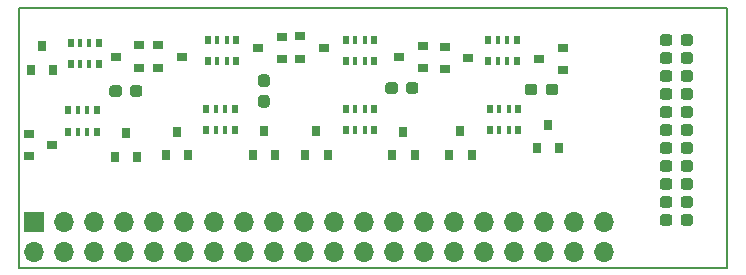
<source format=gbr>
G04 #@! TF.GenerationSoftware,KiCad,Pcbnew,(5.1.0-rc2-21-g16b3c80a7)*
G04 #@! TF.CreationDate,2019-05-25T16:35:41+02:00*
G04 #@! TF.ProjectId,Analog_Input_Module,416e616c-6f67-45f4-996e-7075745f4d6f,R2.1*
G04 #@! TF.SameCoordinates,Original*
G04 #@! TF.FileFunction,Soldermask,Top*
G04 #@! TF.FilePolarity,Negative*
%FSLAX46Y46*%
G04 Gerber Fmt 4.6, Leading zero omitted, Abs format (unit mm)*
G04 Created by KiCad (PCBNEW (5.1.0-rc2-21-g16b3c80a7)) date 2019-05-25 16:35:41*
%MOMM*%
%LPD*%
G04 APERTURE LIST*
%ADD10C,0.150000*%
%ADD11R,0.800102X0.900102*%
%ADD12R,0.900102X0.800102*%
%ADD13O,1.700102X1.700102*%
%ADD14R,1.700102X1.700102*%
%ADD15R,0.500102X0.800102*%
%ADD16R,0.400102X0.800102*%
%ADD17C,0.100000*%
%ADD18C,0.950102*%
G04 APERTURE END LIST*
D10*
X80000000Y-42000000D02*
X80000000Y-20000000D01*
X80000000Y-20000000D02*
X20000000Y-20000000D01*
X80000000Y-42000000D02*
X20000000Y-42000000D01*
X20000000Y-20000000D02*
X20000000Y-42000000D01*
D11*
X29083000Y-30623000D03*
X30033000Y-32623000D03*
X28133000Y-32623000D03*
X57404000Y-30432500D03*
X58354000Y-32432500D03*
X56454000Y-32432500D03*
D12*
X22844000Y-31623000D03*
X20844000Y-32573000D03*
X20844000Y-30673000D03*
D11*
X40767000Y-30432500D03*
X41717000Y-32432500D03*
X39817000Y-32432500D03*
D12*
X58086500Y-24257000D03*
X56086500Y-25207000D03*
X56086500Y-23307000D03*
X40275000Y-23431500D03*
X42275000Y-22481500D03*
X42275000Y-24381500D03*
X28210000Y-24130000D03*
X30210000Y-23180000D03*
X30210000Y-25080000D03*
D11*
X64833500Y-29908500D03*
X65783500Y-31908500D03*
X63883500Y-31908500D03*
D12*
X64087500Y-24320500D03*
X66087500Y-23370500D03*
X66087500Y-25270500D03*
D11*
X33401000Y-30496000D03*
X34351000Y-32496000D03*
X32451000Y-32496000D03*
D12*
X45831000Y-23368000D03*
X43831000Y-24318000D03*
X43831000Y-22418000D03*
D11*
X45212000Y-30432500D03*
X46162000Y-32432500D03*
X44262000Y-32432500D03*
D12*
X33829500Y-24130000D03*
X31829500Y-25080000D03*
X31829500Y-23180000D03*
X52213000Y-24193500D03*
X54213000Y-23243500D03*
X54213000Y-25143500D03*
D11*
X52578000Y-30496000D03*
X53528000Y-32496000D03*
X51628000Y-32496000D03*
X21971000Y-23257000D03*
X22921000Y-25257000D03*
X21021000Y-25257000D03*
D13*
X69596000Y-40640000D03*
X69596000Y-38100000D03*
X67056000Y-40640000D03*
X67056000Y-38100000D03*
X64516000Y-40640000D03*
X64516000Y-38100000D03*
X61976000Y-40640000D03*
X61976000Y-38100000D03*
X59436000Y-40640000D03*
X59436000Y-38100000D03*
X56896000Y-40640000D03*
X56896000Y-38100000D03*
X54356000Y-40640000D03*
X54356000Y-38100000D03*
X51816000Y-40640000D03*
X51816000Y-38100000D03*
X49276000Y-40640000D03*
X49276000Y-38100000D03*
X46736000Y-40640000D03*
X46736000Y-38100000D03*
X44196000Y-40640000D03*
X44196000Y-38100000D03*
X41656000Y-40640000D03*
X41656000Y-38100000D03*
X39116000Y-40640000D03*
X39116000Y-38100000D03*
X36576000Y-40640000D03*
X36576000Y-38100000D03*
X34036000Y-40640000D03*
X34036000Y-38100000D03*
X31496000Y-40640000D03*
X31496000Y-38100000D03*
X28956000Y-40640000D03*
X28956000Y-38100000D03*
X26416000Y-40640000D03*
X26416000Y-38100000D03*
X23876000Y-40640000D03*
X23876000Y-38100000D03*
X21336000Y-40640000D03*
D14*
X21336000Y-38100000D03*
D15*
X59760000Y-24522000D03*
D16*
X60560000Y-24522000D03*
D15*
X62160000Y-24522000D03*
D16*
X61360000Y-24522000D03*
D15*
X59760000Y-22722000D03*
D16*
X61360000Y-22722000D03*
X60560000Y-22722000D03*
D15*
X62160000Y-22722000D03*
X47714000Y-24522000D03*
D16*
X48514000Y-24522000D03*
D15*
X50114000Y-24522000D03*
D16*
X49314000Y-24522000D03*
D15*
X47714000Y-22722000D03*
D16*
X49314000Y-22722000D03*
X48514000Y-22722000D03*
D15*
X50114000Y-22722000D03*
X62287000Y-28564000D03*
D16*
X61487000Y-28564000D03*
D15*
X59887000Y-28564000D03*
D16*
X60687000Y-28564000D03*
D15*
X62287000Y-30364000D03*
D16*
X60687000Y-30364000D03*
X61487000Y-30364000D03*
D15*
X59887000Y-30364000D03*
X50095000Y-28564000D03*
D16*
X49295000Y-28564000D03*
D15*
X47695000Y-28564000D03*
D16*
X48495000Y-28564000D03*
D15*
X50095000Y-30364000D03*
D16*
X48495000Y-30364000D03*
X49295000Y-30364000D03*
D15*
X47695000Y-30364000D03*
X36011000Y-24522000D03*
D16*
X36811000Y-24522000D03*
D15*
X38411000Y-24522000D03*
D16*
X37611000Y-24522000D03*
D15*
X36011000Y-22722000D03*
D16*
X37611000Y-22722000D03*
X36811000Y-22722000D03*
D15*
X38411000Y-22722000D03*
X24390500Y-24776000D03*
D16*
X25190500Y-24776000D03*
D15*
X26790500Y-24776000D03*
D16*
X25990500Y-24776000D03*
D15*
X24390500Y-22976000D03*
D16*
X25990500Y-22976000D03*
X25190500Y-22976000D03*
D15*
X26790500Y-22976000D03*
X38284000Y-28564000D03*
D16*
X37484000Y-28564000D03*
D15*
X35884000Y-28564000D03*
D16*
X36684000Y-28564000D03*
D15*
X38284000Y-30364000D03*
D16*
X36684000Y-30364000D03*
X37484000Y-30364000D03*
D15*
X35884000Y-30364000D03*
X26600000Y-28691000D03*
D16*
X25800000Y-28691000D03*
D15*
X24200000Y-28691000D03*
D16*
X25000000Y-28691000D03*
D15*
X26600000Y-30491000D03*
D16*
X25000000Y-30491000D03*
X25800000Y-30491000D03*
D15*
X24200000Y-30491000D03*
D17*
G36*
X76877808Y-26831093D02*
G01*
X76900865Y-26834513D01*
X76923476Y-26840177D01*
X76945423Y-26848030D01*
X76966495Y-26857996D01*
X76986488Y-26869979D01*
X77005210Y-26883865D01*
X77022482Y-26899518D01*
X77038135Y-26916790D01*
X77052021Y-26935512D01*
X77064004Y-26955505D01*
X77073970Y-26976577D01*
X77081823Y-26998524D01*
X77087487Y-27021135D01*
X77090907Y-27044192D01*
X77092051Y-27067474D01*
X77092051Y-27542526D01*
X77090907Y-27565808D01*
X77087487Y-27588865D01*
X77081823Y-27611476D01*
X77073970Y-27633423D01*
X77064004Y-27654495D01*
X77052021Y-27674488D01*
X77038135Y-27693210D01*
X77022482Y-27710482D01*
X77005210Y-27726135D01*
X76986488Y-27740021D01*
X76966495Y-27752004D01*
X76945423Y-27761970D01*
X76923476Y-27769823D01*
X76900865Y-27775487D01*
X76877808Y-27778907D01*
X76854526Y-27780051D01*
X76279474Y-27780051D01*
X76256192Y-27778907D01*
X76233135Y-27775487D01*
X76210524Y-27769823D01*
X76188577Y-27761970D01*
X76167505Y-27752004D01*
X76147512Y-27740021D01*
X76128790Y-27726135D01*
X76111518Y-27710482D01*
X76095865Y-27693210D01*
X76081979Y-27674488D01*
X76069996Y-27654495D01*
X76060030Y-27633423D01*
X76052177Y-27611476D01*
X76046513Y-27588865D01*
X76043093Y-27565808D01*
X76041949Y-27542526D01*
X76041949Y-27067474D01*
X76043093Y-27044192D01*
X76046513Y-27021135D01*
X76052177Y-26998524D01*
X76060030Y-26976577D01*
X76069996Y-26955505D01*
X76081979Y-26935512D01*
X76095865Y-26916790D01*
X76111518Y-26899518D01*
X76128790Y-26883865D01*
X76147512Y-26869979D01*
X76167505Y-26857996D01*
X76188577Y-26848030D01*
X76210524Y-26840177D01*
X76233135Y-26834513D01*
X76256192Y-26831093D01*
X76279474Y-26829949D01*
X76854526Y-26829949D01*
X76877808Y-26831093D01*
X76877808Y-26831093D01*
G37*
D18*
X76567000Y-27305000D03*
D17*
G36*
X75127808Y-26831093D02*
G01*
X75150865Y-26834513D01*
X75173476Y-26840177D01*
X75195423Y-26848030D01*
X75216495Y-26857996D01*
X75236488Y-26869979D01*
X75255210Y-26883865D01*
X75272482Y-26899518D01*
X75288135Y-26916790D01*
X75302021Y-26935512D01*
X75314004Y-26955505D01*
X75323970Y-26976577D01*
X75331823Y-26998524D01*
X75337487Y-27021135D01*
X75340907Y-27044192D01*
X75342051Y-27067474D01*
X75342051Y-27542526D01*
X75340907Y-27565808D01*
X75337487Y-27588865D01*
X75331823Y-27611476D01*
X75323970Y-27633423D01*
X75314004Y-27654495D01*
X75302021Y-27674488D01*
X75288135Y-27693210D01*
X75272482Y-27710482D01*
X75255210Y-27726135D01*
X75236488Y-27740021D01*
X75216495Y-27752004D01*
X75195423Y-27761970D01*
X75173476Y-27769823D01*
X75150865Y-27775487D01*
X75127808Y-27778907D01*
X75104526Y-27780051D01*
X74529474Y-27780051D01*
X74506192Y-27778907D01*
X74483135Y-27775487D01*
X74460524Y-27769823D01*
X74438577Y-27761970D01*
X74417505Y-27752004D01*
X74397512Y-27740021D01*
X74378790Y-27726135D01*
X74361518Y-27710482D01*
X74345865Y-27693210D01*
X74331979Y-27674488D01*
X74319996Y-27654495D01*
X74310030Y-27633423D01*
X74302177Y-27611476D01*
X74296513Y-27588865D01*
X74293093Y-27565808D01*
X74291949Y-27542526D01*
X74291949Y-27067474D01*
X74293093Y-27044192D01*
X74296513Y-27021135D01*
X74302177Y-26998524D01*
X74310030Y-26976577D01*
X74319996Y-26955505D01*
X74331979Y-26935512D01*
X74345865Y-26916790D01*
X74361518Y-26899518D01*
X74378790Y-26883865D01*
X74397512Y-26869979D01*
X74417505Y-26857996D01*
X74438577Y-26848030D01*
X74460524Y-26840177D01*
X74483135Y-26834513D01*
X74506192Y-26831093D01*
X74529474Y-26829949D01*
X75104526Y-26829949D01*
X75127808Y-26831093D01*
X75127808Y-26831093D01*
G37*
D18*
X74817000Y-27305000D03*
D17*
G36*
X76877808Y-28355093D02*
G01*
X76900865Y-28358513D01*
X76923476Y-28364177D01*
X76945423Y-28372030D01*
X76966495Y-28381996D01*
X76986488Y-28393979D01*
X77005210Y-28407865D01*
X77022482Y-28423518D01*
X77038135Y-28440790D01*
X77052021Y-28459512D01*
X77064004Y-28479505D01*
X77073970Y-28500577D01*
X77081823Y-28522524D01*
X77087487Y-28545135D01*
X77090907Y-28568192D01*
X77092051Y-28591474D01*
X77092051Y-29066526D01*
X77090907Y-29089808D01*
X77087487Y-29112865D01*
X77081823Y-29135476D01*
X77073970Y-29157423D01*
X77064004Y-29178495D01*
X77052021Y-29198488D01*
X77038135Y-29217210D01*
X77022482Y-29234482D01*
X77005210Y-29250135D01*
X76986488Y-29264021D01*
X76966495Y-29276004D01*
X76945423Y-29285970D01*
X76923476Y-29293823D01*
X76900865Y-29299487D01*
X76877808Y-29302907D01*
X76854526Y-29304051D01*
X76279474Y-29304051D01*
X76256192Y-29302907D01*
X76233135Y-29299487D01*
X76210524Y-29293823D01*
X76188577Y-29285970D01*
X76167505Y-29276004D01*
X76147512Y-29264021D01*
X76128790Y-29250135D01*
X76111518Y-29234482D01*
X76095865Y-29217210D01*
X76081979Y-29198488D01*
X76069996Y-29178495D01*
X76060030Y-29157423D01*
X76052177Y-29135476D01*
X76046513Y-29112865D01*
X76043093Y-29089808D01*
X76041949Y-29066526D01*
X76041949Y-28591474D01*
X76043093Y-28568192D01*
X76046513Y-28545135D01*
X76052177Y-28522524D01*
X76060030Y-28500577D01*
X76069996Y-28479505D01*
X76081979Y-28459512D01*
X76095865Y-28440790D01*
X76111518Y-28423518D01*
X76128790Y-28407865D01*
X76147512Y-28393979D01*
X76167505Y-28381996D01*
X76188577Y-28372030D01*
X76210524Y-28364177D01*
X76233135Y-28358513D01*
X76256192Y-28355093D01*
X76279474Y-28353949D01*
X76854526Y-28353949D01*
X76877808Y-28355093D01*
X76877808Y-28355093D01*
G37*
D18*
X76567000Y-28829000D03*
D17*
G36*
X75127808Y-28355093D02*
G01*
X75150865Y-28358513D01*
X75173476Y-28364177D01*
X75195423Y-28372030D01*
X75216495Y-28381996D01*
X75236488Y-28393979D01*
X75255210Y-28407865D01*
X75272482Y-28423518D01*
X75288135Y-28440790D01*
X75302021Y-28459512D01*
X75314004Y-28479505D01*
X75323970Y-28500577D01*
X75331823Y-28522524D01*
X75337487Y-28545135D01*
X75340907Y-28568192D01*
X75342051Y-28591474D01*
X75342051Y-29066526D01*
X75340907Y-29089808D01*
X75337487Y-29112865D01*
X75331823Y-29135476D01*
X75323970Y-29157423D01*
X75314004Y-29178495D01*
X75302021Y-29198488D01*
X75288135Y-29217210D01*
X75272482Y-29234482D01*
X75255210Y-29250135D01*
X75236488Y-29264021D01*
X75216495Y-29276004D01*
X75195423Y-29285970D01*
X75173476Y-29293823D01*
X75150865Y-29299487D01*
X75127808Y-29302907D01*
X75104526Y-29304051D01*
X74529474Y-29304051D01*
X74506192Y-29302907D01*
X74483135Y-29299487D01*
X74460524Y-29293823D01*
X74438577Y-29285970D01*
X74417505Y-29276004D01*
X74397512Y-29264021D01*
X74378790Y-29250135D01*
X74361518Y-29234482D01*
X74345865Y-29217210D01*
X74331979Y-29198488D01*
X74319996Y-29178495D01*
X74310030Y-29157423D01*
X74302177Y-29135476D01*
X74296513Y-29112865D01*
X74293093Y-29089808D01*
X74291949Y-29066526D01*
X74291949Y-28591474D01*
X74293093Y-28568192D01*
X74296513Y-28545135D01*
X74302177Y-28522524D01*
X74310030Y-28500577D01*
X74319996Y-28479505D01*
X74331979Y-28459512D01*
X74345865Y-28440790D01*
X74361518Y-28423518D01*
X74378790Y-28407865D01*
X74397512Y-28393979D01*
X74417505Y-28381996D01*
X74438577Y-28372030D01*
X74460524Y-28364177D01*
X74483135Y-28358513D01*
X74506192Y-28355093D01*
X74529474Y-28353949D01*
X75104526Y-28353949D01*
X75127808Y-28355093D01*
X75127808Y-28355093D01*
G37*
D18*
X74817000Y-28829000D03*
D17*
G36*
X76877808Y-25307093D02*
G01*
X76900865Y-25310513D01*
X76923476Y-25316177D01*
X76945423Y-25324030D01*
X76966495Y-25333996D01*
X76986488Y-25345979D01*
X77005210Y-25359865D01*
X77022482Y-25375518D01*
X77038135Y-25392790D01*
X77052021Y-25411512D01*
X77064004Y-25431505D01*
X77073970Y-25452577D01*
X77081823Y-25474524D01*
X77087487Y-25497135D01*
X77090907Y-25520192D01*
X77092051Y-25543474D01*
X77092051Y-26018526D01*
X77090907Y-26041808D01*
X77087487Y-26064865D01*
X77081823Y-26087476D01*
X77073970Y-26109423D01*
X77064004Y-26130495D01*
X77052021Y-26150488D01*
X77038135Y-26169210D01*
X77022482Y-26186482D01*
X77005210Y-26202135D01*
X76986488Y-26216021D01*
X76966495Y-26228004D01*
X76945423Y-26237970D01*
X76923476Y-26245823D01*
X76900865Y-26251487D01*
X76877808Y-26254907D01*
X76854526Y-26256051D01*
X76279474Y-26256051D01*
X76256192Y-26254907D01*
X76233135Y-26251487D01*
X76210524Y-26245823D01*
X76188577Y-26237970D01*
X76167505Y-26228004D01*
X76147512Y-26216021D01*
X76128790Y-26202135D01*
X76111518Y-26186482D01*
X76095865Y-26169210D01*
X76081979Y-26150488D01*
X76069996Y-26130495D01*
X76060030Y-26109423D01*
X76052177Y-26087476D01*
X76046513Y-26064865D01*
X76043093Y-26041808D01*
X76041949Y-26018526D01*
X76041949Y-25543474D01*
X76043093Y-25520192D01*
X76046513Y-25497135D01*
X76052177Y-25474524D01*
X76060030Y-25452577D01*
X76069996Y-25431505D01*
X76081979Y-25411512D01*
X76095865Y-25392790D01*
X76111518Y-25375518D01*
X76128790Y-25359865D01*
X76147512Y-25345979D01*
X76167505Y-25333996D01*
X76188577Y-25324030D01*
X76210524Y-25316177D01*
X76233135Y-25310513D01*
X76256192Y-25307093D01*
X76279474Y-25305949D01*
X76854526Y-25305949D01*
X76877808Y-25307093D01*
X76877808Y-25307093D01*
G37*
D18*
X76567000Y-25781000D03*
D17*
G36*
X75127808Y-25307093D02*
G01*
X75150865Y-25310513D01*
X75173476Y-25316177D01*
X75195423Y-25324030D01*
X75216495Y-25333996D01*
X75236488Y-25345979D01*
X75255210Y-25359865D01*
X75272482Y-25375518D01*
X75288135Y-25392790D01*
X75302021Y-25411512D01*
X75314004Y-25431505D01*
X75323970Y-25452577D01*
X75331823Y-25474524D01*
X75337487Y-25497135D01*
X75340907Y-25520192D01*
X75342051Y-25543474D01*
X75342051Y-26018526D01*
X75340907Y-26041808D01*
X75337487Y-26064865D01*
X75331823Y-26087476D01*
X75323970Y-26109423D01*
X75314004Y-26130495D01*
X75302021Y-26150488D01*
X75288135Y-26169210D01*
X75272482Y-26186482D01*
X75255210Y-26202135D01*
X75236488Y-26216021D01*
X75216495Y-26228004D01*
X75195423Y-26237970D01*
X75173476Y-26245823D01*
X75150865Y-26251487D01*
X75127808Y-26254907D01*
X75104526Y-26256051D01*
X74529474Y-26256051D01*
X74506192Y-26254907D01*
X74483135Y-26251487D01*
X74460524Y-26245823D01*
X74438577Y-26237970D01*
X74417505Y-26228004D01*
X74397512Y-26216021D01*
X74378790Y-26202135D01*
X74361518Y-26186482D01*
X74345865Y-26169210D01*
X74331979Y-26150488D01*
X74319996Y-26130495D01*
X74310030Y-26109423D01*
X74302177Y-26087476D01*
X74296513Y-26064865D01*
X74293093Y-26041808D01*
X74291949Y-26018526D01*
X74291949Y-25543474D01*
X74293093Y-25520192D01*
X74296513Y-25497135D01*
X74302177Y-25474524D01*
X74310030Y-25452577D01*
X74319996Y-25431505D01*
X74331979Y-25411512D01*
X74345865Y-25392790D01*
X74361518Y-25375518D01*
X74378790Y-25359865D01*
X74397512Y-25345979D01*
X74417505Y-25333996D01*
X74438577Y-25324030D01*
X74460524Y-25316177D01*
X74483135Y-25310513D01*
X74506192Y-25307093D01*
X74529474Y-25305949D01*
X75104526Y-25305949D01*
X75127808Y-25307093D01*
X75127808Y-25307093D01*
G37*
D18*
X74817000Y-25781000D03*
D17*
G36*
X76877808Y-22259093D02*
G01*
X76900865Y-22262513D01*
X76923476Y-22268177D01*
X76945423Y-22276030D01*
X76966495Y-22285996D01*
X76986488Y-22297979D01*
X77005210Y-22311865D01*
X77022482Y-22327518D01*
X77038135Y-22344790D01*
X77052021Y-22363512D01*
X77064004Y-22383505D01*
X77073970Y-22404577D01*
X77081823Y-22426524D01*
X77087487Y-22449135D01*
X77090907Y-22472192D01*
X77092051Y-22495474D01*
X77092051Y-22970526D01*
X77090907Y-22993808D01*
X77087487Y-23016865D01*
X77081823Y-23039476D01*
X77073970Y-23061423D01*
X77064004Y-23082495D01*
X77052021Y-23102488D01*
X77038135Y-23121210D01*
X77022482Y-23138482D01*
X77005210Y-23154135D01*
X76986488Y-23168021D01*
X76966495Y-23180004D01*
X76945423Y-23189970D01*
X76923476Y-23197823D01*
X76900865Y-23203487D01*
X76877808Y-23206907D01*
X76854526Y-23208051D01*
X76279474Y-23208051D01*
X76256192Y-23206907D01*
X76233135Y-23203487D01*
X76210524Y-23197823D01*
X76188577Y-23189970D01*
X76167505Y-23180004D01*
X76147512Y-23168021D01*
X76128790Y-23154135D01*
X76111518Y-23138482D01*
X76095865Y-23121210D01*
X76081979Y-23102488D01*
X76069996Y-23082495D01*
X76060030Y-23061423D01*
X76052177Y-23039476D01*
X76046513Y-23016865D01*
X76043093Y-22993808D01*
X76041949Y-22970526D01*
X76041949Y-22495474D01*
X76043093Y-22472192D01*
X76046513Y-22449135D01*
X76052177Y-22426524D01*
X76060030Y-22404577D01*
X76069996Y-22383505D01*
X76081979Y-22363512D01*
X76095865Y-22344790D01*
X76111518Y-22327518D01*
X76128790Y-22311865D01*
X76147512Y-22297979D01*
X76167505Y-22285996D01*
X76188577Y-22276030D01*
X76210524Y-22268177D01*
X76233135Y-22262513D01*
X76256192Y-22259093D01*
X76279474Y-22257949D01*
X76854526Y-22257949D01*
X76877808Y-22259093D01*
X76877808Y-22259093D01*
G37*
D18*
X76567000Y-22733000D03*
D17*
G36*
X75127808Y-22259093D02*
G01*
X75150865Y-22262513D01*
X75173476Y-22268177D01*
X75195423Y-22276030D01*
X75216495Y-22285996D01*
X75236488Y-22297979D01*
X75255210Y-22311865D01*
X75272482Y-22327518D01*
X75288135Y-22344790D01*
X75302021Y-22363512D01*
X75314004Y-22383505D01*
X75323970Y-22404577D01*
X75331823Y-22426524D01*
X75337487Y-22449135D01*
X75340907Y-22472192D01*
X75342051Y-22495474D01*
X75342051Y-22970526D01*
X75340907Y-22993808D01*
X75337487Y-23016865D01*
X75331823Y-23039476D01*
X75323970Y-23061423D01*
X75314004Y-23082495D01*
X75302021Y-23102488D01*
X75288135Y-23121210D01*
X75272482Y-23138482D01*
X75255210Y-23154135D01*
X75236488Y-23168021D01*
X75216495Y-23180004D01*
X75195423Y-23189970D01*
X75173476Y-23197823D01*
X75150865Y-23203487D01*
X75127808Y-23206907D01*
X75104526Y-23208051D01*
X74529474Y-23208051D01*
X74506192Y-23206907D01*
X74483135Y-23203487D01*
X74460524Y-23197823D01*
X74438577Y-23189970D01*
X74417505Y-23180004D01*
X74397512Y-23168021D01*
X74378790Y-23154135D01*
X74361518Y-23138482D01*
X74345865Y-23121210D01*
X74331979Y-23102488D01*
X74319996Y-23082495D01*
X74310030Y-23061423D01*
X74302177Y-23039476D01*
X74296513Y-23016865D01*
X74293093Y-22993808D01*
X74291949Y-22970526D01*
X74291949Y-22495474D01*
X74293093Y-22472192D01*
X74296513Y-22449135D01*
X74302177Y-22426524D01*
X74310030Y-22404577D01*
X74319996Y-22383505D01*
X74331979Y-22363512D01*
X74345865Y-22344790D01*
X74361518Y-22327518D01*
X74378790Y-22311865D01*
X74397512Y-22297979D01*
X74417505Y-22285996D01*
X74438577Y-22276030D01*
X74460524Y-22268177D01*
X74483135Y-22262513D01*
X74506192Y-22259093D01*
X74529474Y-22257949D01*
X75104526Y-22257949D01*
X75127808Y-22259093D01*
X75127808Y-22259093D01*
G37*
D18*
X74817000Y-22733000D03*
D17*
G36*
X76877808Y-23783093D02*
G01*
X76900865Y-23786513D01*
X76923476Y-23792177D01*
X76945423Y-23800030D01*
X76966495Y-23809996D01*
X76986488Y-23821979D01*
X77005210Y-23835865D01*
X77022482Y-23851518D01*
X77038135Y-23868790D01*
X77052021Y-23887512D01*
X77064004Y-23907505D01*
X77073970Y-23928577D01*
X77081823Y-23950524D01*
X77087487Y-23973135D01*
X77090907Y-23996192D01*
X77092051Y-24019474D01*
X77092051Y-24494526D01*
X77090907Y-24517808D01*
X77087487Y-24540865D01*
X77081823Y-24563476D01*
X77073970Y-24585423D01*
X77064004Y-24606495D01*
X77052021Y-24626488D01*
X77038135Y-24645210D01*
X77022482Y-24662482D01*
X77005210Y-24678135D01*
X76986488Y-24692021D01*
X76966495Y-24704004D01*
X76945423Y-24713970D01*
X76923476Y-24721823D01*
X76900865Y-24727487D01*
X76877808Y-24730907D01*
X76854526Y-24732051D01*
X76279474Y-24732051D01*
X76256192Y-24730907D01*
X76233135Y-24727487D01*
X76210524Y-24721823D01*
X76188577Y-24713970D01*
X76167505Y-24704004D01*
X76147512Y-24692021D01*
X76128790Y-24678135D01*
X76111518Y-24662482D01*
X76095865Y-24645210D01*
X76081979Y-24626488D01*
X76069996Y-24606495D01*
X76060030Y-24585423D01*
X76052177Y-24563476D01*
X76046513Y-24540865D01*
X76043093Y-24517808D01*
X76041949Y-24494526D01*
X76041949Y-24019474D01*
X76043093Y-23996192D01*
X76046513Y-23973135D01*
X76052177Y-23950524D01*
X76060030Y-23928577D01*
X76069996Y-23907505D01*
X76081979Y-23887512D01*
X76095865Y-23868790D01*
X76111518Y-23851518D01*
X76128790Y-23835865D01*
X76147512Y-23821979D01*
X76167505Y-23809996D01*
X76188577Y-23800030D01*
X76210524Y-23792177D01*
X76233135Y-23786513D01*
X76256192Y-23783093D01*
X76279474Y-23781949D01*
X76854526Y-23781949D01*
X76877808Y-23783093D01*
X76877808Y-23783093D01*
G37*
D18*
X76567000Y-24257000D03*
D17*
G36*
X75127808Y-23783093D02*
G01*
X75150865Y-23786513D01*
X75173476Y-23792177D01*
X75195423Y-23800030D01*
X75216495Y-23809996D01*
X75236488Y-23821979D01*
X75255210Y-23835865D01*
X75272482Y-23851518D01*
X75288135Y-23868790D01*
X75302021Y-23887512D01*
X75314004Y-23907505D01*
X75323970Y-23928577D01*
X75331823Y-23950524D01*
X75337487Y-23973135D01*
X75340907Y-23996192D01*
X75342051Y-24019474D01*
X75342051Y-24494526D01*
X75340907Y-24517808D01*
X75337487Y-24540865D01*
X75331823Y-24563476D01*
X75323970Y-24585423D01*
X75314004Y-24606495D01*
X75302021Y-24626488D01*
X75288135Y-24645210D01*
X75272482Y-24662482D01*
X75255210Y-24678135D01*
X75236488Y-24692021D01*
X75216495Y-24704004D01*
X75195423Y-24713970D01*
X75173476Y-24721823D01*
X75150865Y-24727487D01*
X75127808Y-24730907D01*
X75104526Y-24732051D01*
X74529474Y-24732051D01*
X74506192Y-24730907D01*
X74483135Y-24727487D01*
X74460524Y-24721823D01*
X74438577Y-24713970D01*
X74417505Y-24704004D01*
X74397512Y-24692021D01*
X74378790Y-24678135D01*
X74361518Y-24662482D01*
X74345865Y-24645210D01*
X74331979Y-24626488D01*
X74319996Y-24606495D01*
X74310030Y-24585423D01*
X74302177Y-24563476D01*
X74296513Y-24540865D01*
X74293093Y-24517808D01*
X74291949Y-24494526D01*
X74291949Y-24019474D01*
X74293093Y-23996192D01*
X74296513Y-23973135D01*
X74302177Y-23950524D01*
X74310030Y-23928577D01*
X74319996Y-23907505D01*
X74331979Y-23887512D01*
X74345865Y-23868790D01*
X74361518Y-23851518D01*
X74378790Y-23835865D01*
X74397512Y-23821979D01*
X74417505Y-23809996D01*
X74438577Y-23800030D01*
X74460524Y-23792177D01*
X74483135Y-23786513D01*
X74506192Y-23783093D01*
X74529474Y-23781949D01*
X75104526Y-23781949D01*
X75127808Y-23783093D01*
X75127808Y-23783093D01*
G37*
D18*
X74817000Y-24257000D03*
D17*
G36*
X76877808Y-32927093D02*
G01*
X76900865Y-32930513D01*
X76923476Y-32936177D01*
X76945423Y-32944030D01*
X76966495Y-32953996D01*
X76986488Y-32965979D01*
X77005210Y-32979865D01*
X77022482Y-32995518D01*
X77038135Y-33012790D01*
X77052021Y-33031512D01*
X77064004Y-33051505D01*
X77073970Y-33072577D01*
X77081823Y-33094524D01*
X77087487Y-33117135D01*
X77090907Y-33140192D01*
X77092051Y-33163474D01*
X77092051Y-33638526D01*
X77090907Y-33661808D01*
X77087487Y-33684865D01*
X77081823Y-33707476D01*
X77073970Y-33729423D01*
X77064004Y-33750495D01*
X77052021Y-33770488D01*
X77038135Y-33789210D01*
X77022482Y-33806482D01*
X77005210Y-33822135D01*
X76986488Y-33836021D01*
X76966495Y-33848004D01*
X76945423Y-33857970D01*
X76923476Y-33865823D01*
X76900865Y-33871487D01*
X76877808Y-33874907D01*
X76854526Y-33876051D01*
X76279474Y-33876051D01*
X76256192Y-33874907D01*
X76233135Y-33871487D01*
X76210524Y-33865823D01*
X76188577Y-33857970D01*
X76167505Y-33848004D01*
X76147512Y-33836021D01*
X76128790Y-33822135D01*
X76111518Y-33806482D01*
X76095865Y-33789210D01*
X76081979Y-33770488D01*
X76069996Y-33750495D01*
X76060030Y-33729423D01*
X76052177Y-33707476D01*
X76046513Y-33684865D01*
X76043093Y-33661808D01*
X76041949Y-33638526D01*
X76041949Y-33163474D01*
X76043093Y-33140192D01*
X76046513Y-33117135D01*
X76052177Y-33094524D01*
X76060030Y-33072577D01*
X76069996Y-33051505D01*
X76081979Y-33031512D01*
X76095865Y-33012790D01*
X76111518Y-32995518D01*
X76128790Y-32979865D01*
X76147512Y-32965979D01*
X76167505Y-32953996D01*
X76188577Y-32944030D01*
X76210524Y-32936177D01*
X76233135Y-32930513D01*
X76256192Y-32927093D01*
X76279474Y-32925949D01*
X76854526Y-32925949D01*
X76877808Y-32927093D01*
X76877808Y-32927093D01*
G37*
D18*
X76567000Y-33401000D03*
D17*
G36*
X75127808Y-32927093D02*
G01*
X75150865Y-32930513D01*
X75173476Y-32936177D01*
X75195423Y-32944030D01*
X75216495Y-32953996D01*
X75236488Y-32965979D01*
X75255210Y-32979865D01*
X75272482Y-32995518D01*
X75288135Y-33012790D01*
X75302021Y-33031512D01*
X75314004Y-33051505D01*
X75323970Y-33072577D01*
X75331823Y-33094524D01*
X75337487Y-33117135D01*
X75340907Y-33140192D01*
X75342051Y-33163474D01*
X75342051Y-33638526D01*
X75340907Y-33661808D01*
X75337487Y-33684865D01*
X75331823Y-33707476D01*
X75323970Y-33729423D01*
X75314004Y-33750495D01*
X75302021Y-33770488D01*
X75288135Y-33789210D01*
X75272482Y-33806482D01*
X75255210Y-33822135D01*
X75236488Y-33836021D01*
X75216495Y-33848004D01*
X75195423Y-33857970D01*
X75173476Y-33865823D01*
X75150865Y-33871487D01*
X75127808Y-33874907D01*
X75104526Y-33876051D01*
X74529474Y-33876051D01*
X74506192Y-33874907D01*
X74483135Y-33871487D01*
X74460524Y-33865823D01*
X74438577Y-33857970D01*
X74417505Y-33848004D01*
X74397512Y-33836021D01*
X74378790Y-33822135D01*
X74361518Y-33806482D01*
X74345865Y-33789210D01*
X74331979Y-33770488D01*
X74319996Y-33750495D01*
X74310030Y-33729423D01*
X74302177Y-33707476D01*
X74296513Y-33684865D01*
X74293093Y-33661808D01*
X74291949Y-33638526D01*
X74291949Y-33163474D01*
X74293093Y-33140192D01*
X74296513Y-33117135D01*
X74302177Y-33094524D01*
X74310030Y-33072577D01*
X74319996Y-33051505D01*
X74331979Y-33031512D01*
X74345865Y-33012790D01*
X74361518Y-32995518D01*
X74378790Y-32979865D01*
X74397512Y-32965979D01*
X74417505Y-32953996D01*
X74438577Y-32944030D01*
X74460524Y-32936177D01*
X74483135Y-32930513D01*
X74506192Y-32927093D01*
X74529474Y-32925949D01*
X75104526Y-32925949D01*
X75127808Y-32927093D01*
X75127808Y-32927093D01*
G37*
D18*
X74817000Y-33401000D03*
D17*
G36*
X75127808Y-29879093D02*
G01*
X75150865Y-29882513D01*
X75173476Y-29888177D01*
X75195423Y-29896030D01*
X75216495Y-29905996D01*
X75236488Y-29917979D01*
X75255210Y-29931865D01*
X75272482Y-29947518D01*
X75288135Y-29964790D01*
X75302021Y-29983512D01*
X75314004Y-30003505D01*
X75323970Y-30024577D01*
X75331823Y-30046524D01*
X75337487Y-30069135D01*
X75340907Y-30092192D01*
X75342051Y-30115474D01*
X75342051Y-30590526D01*
X75340907Y-30613808D01*
X75337487Y-30636865D01*
X75331823Y-30659476D01*
X75323970Y-30681423D01*
X75314004Y-30702495D01*
X75302021Y-30722488D01*
X75288135Y-30741210D01*
X75272482Y-30758482D01*
X75255210Y-30774135D01*
X75236488Y-30788021D01*
X75216495Y-30800004D01*
X75195423Y-30809970D01*
X75173476Y-30817823D01*
X75150865Y-30823487D01*
X75127808Y-30826907D01*
X75104526Y-30828051D01*
X74529474Y-30828051D01*
X74506192Y-30826907D01*
X74483135Y-30823487D01*
X74460524Y-30817823D01*
X74438577Y-30809970D01*
X74417505Y-30800004D01*
X74397512Y-30788021D01*
X74378790Y-30774135D01*
X74361518Y-30758482D01*
X74345865Y-30741210D01*
X74331979Y-30722488D01*
X74319996Y-30702495D01*
X74310030Y-30681423D01*
X74302177Y-30659476D01*
X74296513Y-30636865D01*
X74293093Y-30613808D01*
X74291949Y-30590526D01*
X74291949Y-30115474D01*
X74293093Y-30092192D01*
X74296513Y-30069135D01*
X74302177Y-30046524D01*
X74310030Y-30024577D01*
X74319996Y-30003505D01*
X74331979Y-29983512D01*
X74345865Y-29964790D01*
X74361518Y-29947518D01*
X74378790Y-29931865D01*
X74397512Y-29917979D01*
X74417505Y-29905996D01*
X74438577Y-29896030D01*
X74460524Y-29888177D01*
X74483135Y-29882513D01*
X74506192Y-29879093D01*
X74529474Y-29877949D01*
X75104526Y-29877949D01*
X75127808Y-29879093D01*
X75127808Y-29879093D01*
G37*
D18*
X74817000Y-30353000D03*
D17*
G36*
X76877808Y-29879093D02*
G01*
X76900865Y-29882513D01*
X76923476Y-29888177D01*
X76945423Y-29896030D01*
X76966495Y-29905996D01*
X76986488Y-29917979D01*
X77005210Y-29931865D01*
X77022482Y-29947518D01*
X77038135Y-29964790D01*
X77052021Y-29983512D01*
X77064004Y-30003505D01*
X77073970Y-30024577D01*
X77081823Y-30046524D01*
X77087487Y-30069135D01*
X77090907Y-30092192D01*
X77092051Y-30115474D01*
X77092051Y-30590526D01*
X77090907Y-30613808D01*
X77087487Y-30636865D01*
X77081823Y-30659476D01*
X77073970Y-30681423D01*
X77064004Y-30702495D01*
X77052021Y-30722488D01*
X77038135Y-30741210D01*
X77022482Y-30758482D01*
X77005210Y-30774135D01*
X76986488Y-30788021D01*
X76966495Y-30800004D01*
X76945423Y-30809970D01*
X76923476Y-30817823D01*
X76900865Y-30823487D01*
X76877808Y-30826907D01*
X76854526Y-30828051D01*
X76279474Y-30828051D01*
X76256192Y-30826907D01*
X76233135Y-30823487D01*
X76210524Y-30817823D01*
X76188577Y-30809970D01*
X76167505Y-30800004D01*
X76147512Y-30788021D01*
X76128790Y-30774135D01*
X76111518Y-30758482D01*
X76095865Y-30741210D01*
X76081979Y-30722488D01*
X76069996Y-30702495D01*
X76060030Y-30681423D01*
X76052177Y-30659476D01*
X76046513Y-30636865D01*
X76043093Y-30613808D01*
X76041949Y-30590526D01*
X76041949Y-30115474D01*
X76043093Y-30092192D01*
X76046513Y-30069135D01*
X76052177Y-30046524D01*
X76060030Y-30024577D01*
X76069996Y-30003505D01*
X76081979Y-29983512D01*
X76095865Y-29964790D01*
X76111518Y-29947518D01*
X76128790Y-29931865D01*
X76147512Y-29917979D01*
X76167505Y-29905996D01*
X76188577Y-29896030D01*
X76210524Y-29888177D01*
X76233135Y-29882513D01*
X76256192Y-29879093D01*
X76279474Y-29877949D01*
X76854526Y-29877949D01*
X76877808Y-29879093D01*
X76877808Y-29879093D01*
G37*
D18*
X76567000Y-30353000D03*
D17*
G36*
X75127808Y-34451093D02*
G01*
X75150865Y-34454513D01*
X75173476Y-34460177D01*
X75195423Y-34468030D01*
X75216495Y-34477996D01*
X75236488Y-34489979D01*
X75255210Y-34503865D01*
X75272482Y-34519518D01*
X75288135Y-34536790D01*
X75302021Y-34555512D01*
X75314004Y-34575505D01*
X75323970Y-34596577D01*
X75331823Y-34618524D01*
X75337487Y-34641135D01*
X75340907Y-34664192D01*
X75342051Y-34687474D01*
X75342051Y-35162526D01*
X75340907Y-35185808D01*
X75337487Y-35208865D01*
X75331823Y-35231476D01*
X75323970Y-35253423D01*
X75314004Y-35274495D01*
X75302021Y-35294488D01*
X75288135Y-35313210D01*
X75272482Y-35330482D01*
X75255210Y-35346135D01*
X75236488Y-35360021D01*
X75216495Y-35372004D01*
X75195423Y-35381970D01*
X75173476Y-35389823D01*
X75150865Y-35395487D01*
X75127808Y-35398907D01*
X75104526Y-35400051D01*
X74529474Y-35400051D01*
X74506192Y-35398907D01*
X74483135Y-35395487D01*
X74460524Y-35389823D01*
X74438577Y-35381970D01*
X74417505Y-35372004D01*
X74397512Y-35360021D01*
X74378790Y-35346135D01*
X74361518Y-35330482D01*
X74345865Y-35313210D01*
X74331979Y-35294488D01*
X74319996Y-35274495D01*
X74310030Y-35253423D01*
X74302177Y-35231476D01*
X74296513Y-35208865D01*
X74293093Y-35185808D01*
X74291949Y-35162526D01*
X74291949Y-34687474D01*
X74293093Y-34664192D01*
X74296513Y-34641135D01*
X74302177Y-34618524D01*
X74310030Y-34596577D01*
X74319996Y-34575505D01*
X74331979Y-34555512D01*
X74345865Y-34536790D01*
X74361518Y-34519518D01*
X74378790Y-34503865D01*
X74397512Y-34489979D01*
X74417505Y-34477996D01*
X74438577Y-34468030D01*
X74460524Y-34460177D01*
X74483135Y-34454513D01*
X74506192Y-34451093D01*
X74529474Y-34449949D01*
X75104526Y-34449949D01*
X75127808Y-34451093D01*
X75127808Y-34451093D01*
G37*
D18*
X74817000Y-34925000D03*
D17*
G36*
X76877808Y-34451093D02*
G01*
X76900865Y-34454513D01*
X76923476Y-34460177D01*
X76945423Y-34468030D01*
X76966495Y-34477996D01*
X76986488Y-34489979D01*
X77005210Y-34503865D01*
X77022482Y-34519518D01*
X77038135Y-34536790D01*
X77052021Y-34555512D01*
X77064004Y-34575505D01*
X77073970Y-34596577D01*
X77081823Y-34618524D01*
X77087487Y-34641135D01*
X77090907Y-34664192D01*
X77092051Y-34687474D01*
X77092051Y-35162526D01*
X77090907Y-35185808D01*
X77087487Y-35208865D01*
X77081823Y-35231476D01*
X77073970Y-35253423D01*
X77064004Y-35274495D01*
X77052021Y-35294488D01*
X77038135Y-35313210D01*
X77022482Y-35330482D01*
X77005210Y-35346135D01*
X76986488Y-35360021D01*
X76966495Y-35372004D01*
X76945423Y-35381970D01*
X76923476Y-35389823D01*
X76900865Y-35395487D01*
X76877808Y-35398907D01*
X76854526Y-35400051D01*
X76279474Y-35400051D01*
X76256192Y-35398907D01*
X76233135Y-35395487D01*
X76210524Y-35389823D01*
X76188577Y-35381970D01*
X76167505Y-35372004D01*
X76147512Y-35360021D01*
X76128790Y-35346135D01*
X76111518Y-35330482D01*
X76095865Y-35313210D01*
X76081979Y-35294488D01*
X76069996Y-35274495D01*
X76060030Y-35253423D01*
X76052177Y-35231476D01*
X76046513Y-35208865D01*
X76043093Y-35185808D01*
X76041949Y-35162526D01*
X76041949Y-34687474D01*
X76043093Y-34664192D01*
X76046513Y-34641135D01*
X76052177Y-34618524D01*
X76060030Y-34596577D01*
X76069996Y-34575505D01*
X76081979Y-34555512D01*
X76095865Y-34536790D01*
X76111518Y-34519518D01*
X76128790Y-34503865D01*
X76147512Y-34489979D01*
X76167505Y-34477996D01*
X76188577Y-34468030D01*
X76210524Y-34460177D01*
X76233135Y-34454513D01*
X76256192Y-34451093D01*
X76279474Y-34449949D01*
X76854526Y-34449949D01*
X76877808Y-34451093D01*
X76877808Y-34451093D01*
G37*
D18*
X76567000Y-34925000D03*
D17*
G36*
X75127808Y-35975093D02*
G01*
X75150865Y-35978513D01*
X75173476Y-35984177D01*
X75195423Y-35992030D01*
X75216495Y-36001996D01*
X75236488Y-36013979D01*
X75255210Y-36027865D01*
X75272482Y-36043518D01*
X75288135Y-36060790D01*
X75302021Y-36079512D01*
X75314004Y-36099505D01*
X75323970Y-36120577D01*
X75331823Y-36142524D01*
X75337487Y-36165135D01*
X75340907Y-36188192D01*
X75342051Y-36211474D01*
X75342051Y-36686526D01*
X75340907Y-36709808D01*
X75337487Y-36732865D01*
X75331823Y-36755476D01*
X75323970Y-36777423D01*
X75314004Y-36798495D01*
X75302021Y-36818488D01*
X75288135Y-36837210D01*
X75272482Y-36854482D01*
X75255210Y-36870135D01*
X75236488Y-36884021D01*
X75216495Y-36896004D01*
X75195423Y-36905970D01*
X75173476Y-36913823D01*
X75150865Y-36919487D01*
X75127808Y-36922907D01*
X75104526Y-36924051D01*
X74529474Y-36924051D01*
X74506192Y-36922907D01*
X74483135Y-36919487D01*
X74460524Y-36913823D01*
X74438577Y-36905970D01*
X74417505Y-36896004D01*
X74397512Y-36884021D01*
X74378790Y-36870135D01*
X74361518Y-36854482D01*
X74345865Y-36837210D01*
X74331979Y-36818488D01*
X74319996Y-36798495D01*
X74310030Y-36777423D01*
X74302177Y-36755476D01*
X74296513Y-36732865D01*
X74293093Y-36709808D01*
X74291949Y-36686526D01*
X74291949Y-36211474D01*
X74293093Y-36188192D01*
X74296513Y-36165135D01*
X74302177Y-36142524D01*
X74310030Y-36120577D01*
X74319996Y-36099505D01*
X74331979Y-36079512D01*
X74345865Y-36060790D01*
X74361518Y-36043518D01*
X74378790Y-36027865D01*
X74397512Y-36013979D01*
X74417505Y-36001996D01*
X74438577Y-35992030D01*
X74460524Y-35984177D01*
X74483135Y-35978513D01*
X74506192Y-35975093D01*
X74529474Y-35973949D01*
X75104526Y-35973949D01*
X75127808Y-35975093D01*
X75127808Y-35975093D01*
G37*
D18*
X74817000Y-36449000D03*
D17*
G36*
X76877808Y-35975093D02*
G01*
X76900865Y-35978513D01*
X76923476Y-35984177D01*
X76945423Y-35992030D01*
X76966495Y-36001996D01*
X76986488Y-36013979D01*
X77005210Y-36027865D01*
X77022482Y-36043518D01*
X77038135Y-36060790D01*
X77052021Y-36079512D01*
X77064004Y-36099505D01*
X77073970Y-36120577D01*
X77081823Y-36142524D01*
X77087487Y-36165135D01*
X77090907Y-36188192D01*
X77092051Y-36211474D01*
X77092051Y-36686526D01*
X77090907Y-36709808D01*
X77087487Y-36732865D01*
X77081823Y-36755476D01*
X77073970Y-36777423D01*
X77064004Y-36798495D01*
X77052021Y-36818488D01*
X77038135Y-36837210D01*
X77022482Y-36854482D01*
X77005210Y-36870135D01*
X76986488Y-36884021D01*
X76966495Y-36896004D01*
X76945423Y-36905970D01*
X76923476Y-36913823D01*
X76900865Y-36919487D01*
X76877808Y-36922907D01*
X76854526Y-36924051D01*
X76279474Y-36924051D01*
X76256192Y-36922907D01*
X76233135Y-36919487D01*
X76210524Y-36913823D01*
X76188577Y-36905970D01*
X76167505Y-36896004D01*
X76147512Y-36884021D01*
X76128790Y-36870135D01*
X76111518Y-36854482D01*
X76095865Y-36837210D01*
X76081979Y-36818488D01*
X76069996Y-36798495D01*
X76060030Y-36777423D01*
X76052177Y-36755476D01*
X76046513Y-36732865D01*
X76043093Y-36709808D01*
X76041949Y-36686526D01*
X76041949Y-36211474D01*
X76043093Y-36188192D01*
X76046513Y-36165135D01*
X76052177Y-36142524D01*
X76060030Y-36120577D01*
X76069996Y-36099505D01*
X76081979Y-36079512D01*
X76095865Y-36060790D01*
X76111518Y-36043518D01*
X76128790Y-36027865D01*
X76147512Y-36013979D01*
X76167505Y-36001996D01*
X76188577Y-35992030D01*
X76210524Y-35984177D01*
X76233135Y-35978513D01*
X76256192Y-35975093D01*
X76279474Y-35973949D01*
X76854526Y-35973949D01*
X76877808Y-35975093D01*
X76877808Y-35975093D01*
G37*
D18*
X76567000Y-36449000D03*
D17*
G36*
X75127808Y-31403093D02*
G01*
X75150865Y-31406513D01*
X75173476Y-31412177D01*
X75195423Y-31420030D01*
X75216495Y-31429996D01*
X75236488Y-31441979D01*
X75255210Y-31455865D01*
X75272482Y-31471518D01*
X75288135Y-31488790D01*
X75302021Y-31507512D01*
X75314004Y-31527505D01*
X75323970Y-31548577D01*
X75331823Y-31570524D01*
X75337487Y-31593135D01*
X75340907Y-31616192D01*
X75342051Y-31639474D01*
X75342051Y-32114526D01*
X75340907Y-32137808D01*
X75337487Y-32160865D01*
X75331823Y-32183476D01*
X75323970Y-32205423D01*
X75314004Y-32226495D01*
X75302021Y-32246488D01*
X75288135Y-32265210D01*
X75272482Y-32282482D01*
X75255210Y-32298135D01*
X75236488Y-32312021D01*
X75216495Y-32324004D01*
X75195423Y-32333970D01*
X75173476Y-32341823D01*
X75150865Y-32347487D01*
X75127808Y-32350907D01*
X75104526Y-32352051D01*
X74529474Y-32352051D01*
X74506192Y-32350907D01*
X74483135Y-32347487D01*
X74460524Y-32341823D01*
X74438577Y-32333970D01*
X74417505Y-32324004D01*
X74397512Y-32312021D01*
X74378790Y-32298135D01*
X74361518Y-32282482D01*
X74345865Y-32265210D01*
X74331979Y-32246488D01*
X74319996Y-32226495D01*
X74310030Y-32205423D01*
X74302177Y-32183476D01*
X74296513Y-32160865D01*
X74293093Y-32137808D01*
X74291949Y-32114526D01*
X74291949Y-31639474D01*
X74293093Y-31616192D01*
X74296513Y-31593135D01*
X74302177Y-31570524D01*
X74310030Y-31548577D01*
X74319996Y-31527505D01*
X74331979Y-31507512D01*
X74345865Y-31488790D01*
X74361518Y-31471518D01*
X74378790Y-31455865D01*
X74397512Y-31441979D01*
X74417505Y-31429996D01*
X74438577Y-31420030D01*
X74460524Y-31412177D01*
X74483135Y-31406513D01*
X74506192Y-31403093D01*
X74529474Y-31401949D01*
X75104526Y-31401949D01*
X75127808Y-31403093D01*
X75127808Y-31403093D01*
G37*
D18*
X74817000Y-31877000D03*
D17*
G36*
X76877808Y-31403093D02*
G01*
X76900865Y-31406513D01*
X76923476Y-31412177D01*
X76945423Y-31420030D01*
X76966495Y-31429996D01*
X76986488Y-31441979D01*
X77005210Y-31455865D01*
X77022482Y-31471518D01*
X77038135Y-31488790D01*
X77052021Y-31507512D01*
X77064004Y-31527505D01*
X77073970Y-31548577D01*
X77081823Y-31570524D01*
X77087487Y-31593135D01*
X77090907Y-31616192D01*
X77092051Y-31639474D01*
X77092051Y-32114526D01*
X77090907Y-32137808D01*
X77087487Y-32160865D01*
X77081823Y-32183476D01*
X77073970Y-32205423D01*
X77064004Y-32226495D01*
X77052021Y-32246488D01*
X77038135Y-32265210D01*
X77022482Y-32282482D01*
X77005210Y-32298135D01*
X76986488Y-32312021D01*
X76966495Y-32324004D01*
X76945423Y-32333970D01*
X76923476Y-32341823D01*
X76900865Y-32347487D01*
X76877808Y-32350907D01*
X76854526Y-32352051D01*
X76279474Y-32352051D01*
X76256192Y-32350907D01*
X76233135Y-32347487D01*
X76210524Y-32341823D01*
X76188577Y-32333970D01*
X76167505Y-32324004D01*
X76147512Y-32312021D01*
X76128790Y-32298135D01*
X76111518Y-32282482D01*
X76095865Y-32265210D01*
X76081979Y-32246488D01*
X76069996Y-32226495D01*
X76060030Y-32205423D01*
X76052177Y-32183476D01*
X76046513Y-32160865D01*
X76043093Y-32137808D01*
X76041949Y-32114526D01*
X76041949Y-31639474D01*
X76043093Y-31616192D01*
X76046513Y-31593135D01*
X76052177Y-31570524D01*
X76060030Y-31548577D01*
X76069996Y-31527505D01*
X76081979Y-31507512D01*
X76095865Y-31488790D01*
X76111518Y-31471518D01*
X76128790Y-31455865D01*
X76147512Y-31441979D01*
X76167505Y-31429996D01*
X76188577Y-31420030D01*
X76210524Y-31412177D01*
X76233135Y-31406513D01*
X76256192Y-31403093D01*
X76279474Y-31401949D01*
X76854526Y-31401949D01*
X76877808Y-31403093D01*
X76877808Y-31403093D01*
G37*
D18*
X76567000Y-31877000D03*
D17*
G36*
X75127808Y-37499093D02*
G01*
X75150865Y-37502513D01*
X75173476Y-37508177D01*
X75195423Y-37516030D01*
X75216495Y-37525996D01*
X75236488Y-37537979D01*
X75255210Y-37551865D01*
X75272482Y-37567518D01*
X75288135Y-37584790D01*
X75302021Y-37603512D01*
X75314004Y-37623505D01*
X75323970Y-37644577D01*
X75331823Y-37666524D01*
X75337487Y-37689135D01*
X75340907Y-37712192D01*
X75342051Y-37735474D01*
X75342051Y-38210526D01*
X75340907Y-38233808D01*
X75337487Y-38256865D01*
X75331823Y-38279476D01*
X75323970Y-38301423D01*
X75314004Y-38322495D01*
X75302021Y-38342488D01*
X75288135Y-38361210D01*
X75272482Y-38378482D01*
X75255210Y-38394135D01*
X75236488Y-38408021D01*
X75216495Y-38420004D01*
X75195423Y-38429970D01*
X75173476Y-38437823D01*
X75150865Y-38443487D01*
X75127808Y-38446907D01*
X75104526Y-38448051D01*
X74529474Y-38448051D01*
X74506192Y-38446907D01*
X74483135Y-38443487D01*
X74460524Y-38437823D01*
X74438577Y-38429970D01*
X74417505Y-38420004D01*
X74397512Y-38408021D01*
X74378790Y-38394135D01*
X74361518Y-38378482D01*
X74345865Y-38361210D01*
X74331979Y-38342488D01*
X74319996Y-38322495D01*
X74310030Y-38301423D01*
X74302177Y-38279476D01*
X74296513Y-38256865D01*
X74293093Y-38233808D01*
X74291949Y-38210526D01*
X74291949Y-37735474D01*
X74293093Y-37712192D01*
X74296513Y-37689135D01*
X74302177Y-37666524D01*
X74310030Y-37644577D01*
X74319996Y-37623505D01*
X74331979Y-37603512D01*
X74345865Y-37584790D01*
X74361518Y-37567518D01*
X74378790Y-37551865D01*
X74397512Y-37537979D01*
X74417505Y-37525996D01*
X74438577Y-37516030D01*
X74460524Y-37508177D01*
X74483135Y-37502513D01*
X74506192Y-37499093D01*
X74529474Y-37497949D01*
X75104526Y-37497949D01*
X75127808Y-37499093D01*
X75127808Y-37499093D01*
G37*
D18*
X74817000Y-37973000D03*
D17*
G36*
X76877808Y-37499093D02*
G01*
X76900865Y-37502513D01*
X76923476Y-37508177D01*
X76945423Y-37516030D01*
X76966495Y-37525996D01*
X76986488Y-37537979D01*
X77005210Y-37551865D01*
X77022482Y-37567518D01*
X77038135Y-37584790D01*
X77052021Y-37603512D01*
X77064004Y-37623505D01*
X77073970Y-37644577D01*
X77081823Y-37666524D01*
X77087487Y-37689135D01*
X77090907Y-37712192D01*
X77092051Y-37735474D01*
X77092051Y-38210526D01*
X77090907Y-38233808D01*
X77087487Y-38256865D01*
X77081823Y-38279476D01*
X77073970Y-38301423D01*
X77064004Y-38322495D01*
X77052021Y-38342488D01*
X77038135Y-38361210D01*
X77022482Y-38378482D01*
X77005210Y-38394135D01*
X76986488Y-38408021D01*
X76966495Y-38420004D01*
X76945423Y-38429970D01*
X76923476Y-38437823D01*
X76900865Y-38443487D01*
X76877808Y-38446907D01*
X76854526Y-38448051D01*
X76279474Y-38448051D01*
X76256192Y-38446907D01*
X76233135Y-38443487D01*
X76210524Y-38437823D01*
X76188577Y-38429970D01*
X76167505Y-38420004D01*
X76147512Y-38408021D01*
X76128790Y-38394135D01*
X76111518Y-38378482D01*
X76095865Y-38361210D01*
X76081979Y-38342488D01*
X76069996Y-38322495D01*
X76060030Y-38301423D01*
X76052177Y-38279476D01*
X76046513Y-38256865D01*
X76043093Y-38233808D01*
X76041949Y-38210526D01*
X76041949Y-37735474D01*
X76043093Y-37712192D01*
X76046513Y-37689135D01*
X76052177Y-37666524D01*
X76060030Y-37644577D01*
X76069996Y-37623505D01*
X76081979Y-37603512D01*
X76095865Y-37584790D01*
X76111518Y-37567518D01*
X76128790Y-37551865D01*
X76147512Y-37537979D01*
X76167505Y-37525996D01*
X76188577Y-37516030D01*
X76210524Y-37508177D01*
X76233135Y-37502513D01*
X76256192Y-37499093D01*
X76279474Y-37497949D01*
X76854526Y-37497949D01*
X76877808Y-37499093D01*
X76877808Y-37499093D01*
G37*
D18*
X76567000Y-37973000D03*
D17*
G36*
X41027808Y-25652093D02*
G01*
X41050865Y-25655513D01*
X41073476Y-25661177D01*
X41095423Y-25669030D01*
X41116495Y-25678996D01*
X41136488Y-25690979D01*
X41155210Y-25704865D01*
X41172482Y-25720518D01*
X41188135Y-25737790D01*
X41202021Y-25756512D01*
X41214004Y-25776505D01*
X41223970Y-25797577D01*
X41231823Y-25819524D01*
X41237487Y-25842135D01*
X41240907Y-25865192D01*
X41242051Y-25888474D01*
X41242051Y-26463526D01*
X41240907Y-26486808D01*
X41237487Y-26509865D01*
X41231823Y-26532476D01*
X41223970Y-26554423D01*
X41214004Y-26575495D01*
X41202021Y-26595488D01*
X41188135Y-26614210D01*
X41172482Y-26631482D01*
X41155210Y-26647135D01*
X41136488Y-26661021D01*
X41116495Y-26673004D01*
X41095423Y-26682970D01*
X41073476Y-26690823D01*
X41050865Y-26696487D01*
X41027808Y-26699907D01*
X41004526Y-26701051D01*
X40529474Y-26701051D01*
X40506192Y-26699907D01*
X40483135Y-26696487D01*
X40460524Y-26690823D01*
X40438577Y-26682970D01*
X40417505Y-26673004D01*
X40397512Y-26661021D01*
X40378790Y-26647135D01*
X40361518Y-26631482D01*
X40345865Y-26614210D01*
X40331979Y-26595488D01*
X40319996Y-26575495D01*
X40310030Y-26554423D01*
X40302177Y-26532476D01*
X40296513Y-26509865D01*
X40293093Y-26486808D01*
X40291949Y-26463526D01*
X40291949Y-25888474D01*
X40293093Y-25865192D01*
X40296513Y-25842135D01*
X40302177Y-25819524D01*
X40310030Y-25797577D01*
X40319996Y-25776505D01*
X40331979Y-25756512D01*
X40345865Y-25737790D01*
X40361518Y-25720518D01*
X40378790Y-25704865D01*
X40397512Y-25690979D01*
X40417505Y-25678996D01*
X40438577Y-25669030D01*
X40460524Y-25661177D01*
X40483135Y-25655513D01*
X40506192Y-25652093D01*
X40529474Y-25650949D01*
X41004526Y-25650949D01*
X41027808Y-25652093D01*
X41027808Y-25652093D01*
G37*
D18*
X40767000Y-26176000D03*
D17*
G36*
X41027808Y-27402093D02*
G01*
X41050865Y-27405513D01*
X41073476Y-27411177D01*
X41095423Y-27419030D01*
X41116495Y-27428996D01*
X41136488Y-27440979D01*
X41155210Y-27454865D01*
X41172482Y-27470518D01*
X41188135Y-27487790D01*
X41202021Y-27506512D01*
X41214004Y-27526505D01*
X41223970Y-27547577D01*
X41231823Y-27569524D01*
X41237487Y-27592135D01*
X41240907Y-27615192D01*
X41242051Y-27638474D01*
X41242051Y-28213526D01*
X41240907Y-28236808D01*
X41237487Y-28259865D01*
X41231823Y-28282476D01*
X41223970Y-28304423D01*
X41214004Y-28325495D01*
X41202021Y-28345488D01*
X41188135Y-28364210D01*
X41172482Y-28381482D01*
X41155210Y-28397135D01*
X41136488Y-28411021D01*
X41116495Y-28423004D01*
X41095423Y-28432970D01*
X41073476Y-28440823D01*
X41050865Y-28446487D01*
X41027808Y-28449907D01*
X41004526Y-28451051D01*
X40529474Y-28451051D01*
X40506192Y-28449907D01*
X40483135Y-28446487D01*
X40460524Y-28440823D01*
X40438577Y-28432970D01*
X40417505Y-28423004D01*
X40397512Y-28411021D01*
X40378790Y-28397135D01*
X40361518Y-28381482D01*
X40345865Y-28364210D01*
X40331979Y-28345488D01*
X40319996Y-28325495D01*
X40310030Y-28304423D01*
X40302177Y-28282476D01*
X40296513Y-28259865D01*
X40293093Y-28236808D01*
X40291949Y-28213526D01*
X40291949Y-27638474D01*
X40293093Y-27615192D01*
X40296513Y-27592135D01*
X40302177Y-27569524D01*
X40310030Y-27547577D01*
X40319996Y-27526505D01*
X40331979Y-27506512D01*
X40345865Y-27487790D01*
X40361518Y-27470518D01*
X40378790Y-27454865D01*
X40397512Y-27440979D01*
X40417505Y-27428996D01*
X40438577Y-27419030D01*
X40460524Y-27411177D01*
X40483135Y-27405513D01*
X40506192Y-27402093D01*
X40529474Y-27400949D01*
X41004526Y-27400949D01*
X41027808Y-27402093D01*
X41027808Y-27402093D01*
G37*
D18*
X40767000Y-27926000D03*
D17*
G36*
X53636808Y-26323093D02*
G01*
X53659865Y-26326513D01*
X53682476Y-26332177D01*
X53704423Y-26340030D01*
X53725495Y-26349996D01*
X53745488Y-26361979D01*
X53764210Y-26375865D01*
X53781482Y-26391518D01*
X53797135Y-26408790D01*
X53811021Y-26427512D01*
X53823004Y-26447505D01*
X53832970Y-26468577D01*
X53840823Y-26490524D01*
X53846487Y-26513135D01*
X53849907Y-26536192D01*
X53851051Y-26559474D01*
X53851051Y-27034526D01*
X53849907Y-27057808D01*
X53846487Y-27080865D01*
X53840823Y-27103476D01*
X53832970Y-27125423D01*
X53823004Y-27146495D01*
X53811021Y-27166488D01*
X53797135Y-27185210D01*
X53781482Y-27202482D01*
X53764210Y-27218135D01*
X53745488Y-27232021D01*
X53725495Y-27244004D01*
X53704423Y-27253970D01*
X53682476Y-27261823D01*
X53659865Y-27267487D01*
X53636808Y-27270907D01*
X53613526Y-27272051D01*
X53038474Y-27272051D01*
X53015192Y-27270907D01*
X52992135Y-27267487D01*
X52969524Y-27261823D01*
X52947577Y-27253970D01*
X52926505Y-27244004D01*
X52906512Y-27232021D01*
X52887790Y-27218135D01*
X52870518Y-27202482D01*
X52854865Y-27185210D01*
X52840979Y-27166488D01*
X52828996Y-27146495D01*
X52819030Y-27125423D01*
X52811177Y-27103476D01*
X52805513Y-27080865D01*
X52802093Y-27057808D01*
X52800949Y-27034526D01*
X52800949Y-26559474D01*
X52802093Y-26536192D01*
X52805513Y-26513135D01*
X52811177Y-26490524D01*
X52819030Y-26468577D01*
X52828996Y-26447505D01*
X52840979Y-26427512D01*
X52854865Y-26408790D01*
X52870518Y-26391518D01*
X52887790Y-26375865D01*
X52906512Y-26361979D01*
X52926505Y-26349996D01*
X52947577Y-26340030D01*
X52969524Y-26332177D01*
X52992135Y-26326513D01*
X53015192Y-26323093D01*
X53038474Y-26321949D01*
X53613526Y-26321949D01*
X53636808Y-26323093D01*
X53636808Y-26323093D01*
G37*
D18*
X53326000Y-26797000D03*
D17*
G36*
X51886808Y-26323093D02*
G01*
X51909865Y-26326513D01*
X51932476Y-26332177D01*
X51954423Y-26340030D01*
X51975495Y-26349996D01*
X51995488Y-26361979D01*
X52014210Y-26375865D01*
X52031482Y-26391518D01*
X52047135Y-26408790D01*
X52061021Y-26427512D01*
X52073004Y-26447505D01*
X52082970Y-26468577D01*
X52090823Y-26490524D01*
X52096487Y-26513135D01*
X52099907Y-26536192D01*
X52101051Y-26559474D01*
X52101051Y-27034526D01*
X52099907Y-27057808D01*
X52096487Y-27080865D01*
X52090823Y-27103476D01*
X52082970Y-27125423D01*
X52073004Y-27146495D01*
X52061021Y-27166488D01*
X52047135Y-27185210D01*
X52031482Y-27202482D01*
X52014210Y-27218135D01*
X51995488Y-27232021D01*
X51975495Y-27244004D01*
X51954423Y-27253970D01*
X51932476Y-27261823D01*
X51909865Y-27267487D01*
X51886808Y-27270907D01*
X51863526Y-27272051D01*
X51288474Y-27272051D01*
X51265192Y-27270907D01*
X51242135Y-27267487D01*
X51219524Y-27261823D01*
X51197577Y-27253970D01*
X51176505Y-27244004D01*
X51156512Y-27232021D01*
X51137790Y-27218135D01*
X51120518Y-27202482D01*
X51104865Y-27185210D01*
X51090979Y-27166488D01*
X51078996Y-27146495D01*
X51069030Y-27125423D01*
X51061177Y-27103476D01*
X51055513Y-27080865D01*
X51052093Y-27057808D01*
X51050949Y-27034526D01*
X51050949Y-26559474D01*
X51052093Y-26536192D01*
X51055513Y-26513135D01*
X51061177Y-26490524D01*
X51069030Y-26468577D01*
X51078996Y-26447505D01*
X51090979Y-26427512D01*
X51104865Y-26408790D01*
X51120518Y-26391518D01*
X51137790Y-26375865D01*
X51156512Y-26361979D01*
X51176505Y-26349996D01*
X51197577Y-26340030D01*
X51219524Y-26332177D01*
X51242135Y-26326513D01*
X51265192Y-26323093D01*
X51288474Y-26321949D01*
X51863526Y-26321949D01*
X51886808Y-26323093D01*
X51886808Y-26323093D01*
G37*
D18*
X51576000Y-26797000D03*
D17*
G36*
X65447808Y-26450093D02*
G01*
X65470865Y-26453513D01*
X65493476Y-26459177D01*
X65515423Y-26467030D01*
X65536495Y-26476996D01*
X65556488Y-26488979D01*
X65575210Y-26502865D01*
X65592482Y-26518518D01*
X65608135Y-26535790D01*
X65622021Y-26554512D01*
X65634004Y-26574505D01*
X65643970Y-26595577D01*
X65651823Y-26617524D01*
X65657487Y-26640135D01*
X65660907Y-26663192D01*
X65662051Y-26686474D01*
X65662051Y-27161526D01*
X65660907Y-27184808D01*
X65657487Y-27207865D01*
X65651823Y-27230476D01*
X65643970Y-27252423D01*
X65634004Y-27273495D01*
X65622021Y-27293488D01*
X65608135Y-27312210D01*
X65592482Y-27329482D01*
X65575210Y-27345135D01*
X65556488Y-27359021D01*
X65536495Y-27371004D01*
X65515423Y-27380970D01*
X65493476Y-27388823D01*
X65470865Y-27394487D01*
X65447808Y-27397907D01*
X65424526Y-27399051D01*
X64849474Y-27399051D01*
X64826192Y-27397907D01*
X64803135Y-27394487D01*
X64780524Y-27388823D01*
X64758577Y-27380970D01*
X64737505Y-27371004D01*
X64717512Y-27359021D01*
X64698790Y-27345135D01*
X64681518Y-27329482D01*
X64665865Y-27312210D01*
X64651979Y-27293488D01*
X64639996Y-27273495D01*
X64630030Y-27252423D01*
X64622177Y-27230476D01*
X64616513Y-27207865D01*
X64613093Y-27184808D01*
X64611949Y-27161526D01*
X64611949Y-26686474D01*
X64613093Y-26663192D01*
X64616513Y-26640135D01*
X64622177Y-26617524D01*
X64630030Y-26595577D01*
X64639996Y-26574505D01*
X64651979Y-26554512D01*
X64665865Y-26535790D01*
X64681518Y-26518518D01*
X64698790Y-26502865D01*
X64717512Y-26488979D01*
X64737505Y-26476996D01*
X64758577Y-26467030D01*
X64780524Y-26459177D01*
X64803135Y-26453513D01*
X64826192Y-26450093D01*
X64849474Y-26448949D01*
X65424526Y-26448949D01*
X65447808Y-26450093D01*
X65447808Y-26450093D01*
G37*
D18*
X65137000Y-26924000D03*
D17*
G36*
X63697808Y-26450093D02*
G01*
X63720865Y-26453513D01*
X63743476Y-26459177D01*
X63765423Y-26467030D01*
X63786495Y-26476996D01*
X63806488Y-26488979D01*
X63825210Y-26502865D01*
X63842482Y-26518518D01*
X63858135Y-26535790D01*
X63872021Y-26554512D01*
X63884004Y-26574505D01*
X63893970Y-26595577D01*
X63901823Y-26617524D01*
X63907487Y-26640135D01*
X63910907Y-26663192D01*
X63912051Y-26686474D01*
X63912051Y-27161526D01*
X63910907Y-27184808D01*
X63907487Y-27207865D01*
X63901823Y-27230476D01*
X63893970Y-27252423D01*
X63884004Y-27273495D01*
X63872021Y-27293488D01*
X63858135Y-27312210D01*
X63842482Y-27329482D01*
X63825210Y-27345135D01*
X63806488Y-27359021D01*
X63786495Y-27371004D01*
X63765423Y-27380970D01*
X63743476Y-27388823D01*
X63720865Y-27394487D01*
X63697808Y-27397907D01*
X63674526Y-27399051D01*
X63099474Y-27399051D01*
X63076192Y-27397907D01*
X63053135Y-27394487D01*
X63030524Y-27388823D01*
X63008577Y-27380970D01*
X62987505Y-27371004D01*
X62967512Y-27359021D01*
X62948790Y-27345135D01*
X62931518Y-27329482D01*
X62915865Y-27312210D01*
X62901979Y-27293488D01*
X62889996Y-27273495D01*
X62880030Y-27252423D01*
X62872177Y-27230476D01*
X62866513Y-27207865D01*
X62863093Y-27184808D01*
X62861949Y-27161526D01*
X62861949Y-26686474D01*
X62863093Y-26663192D01*
X62866513Y-26640135D01*
X62872177Y-26617524D01*
X62880030Y-26595577D01*
X62889996Y-26574505D01*
X62901979Y-26554512D01*
X62915865Y-26535790D01*
X62931518Y-26518518D01*
X62948790Y-26502865D01*
X62967512Y-26488979D01*
X62987505Y-26476996D01*
X63008577Y-26467030D01*
X63030524Y-26459177D01*
X63053135Y-26453513D01*
X63076192Y-26450093D01*
X63099474Y-26448949D01*
X63674526Y-26448949D01*
X63697808Y-26450093D01*
X63697808Y-26450093D01*
G37*
D18*
X63387000Y-26924000D03*
D17*
G36*
X30268808Y-26577093D02*
G01*
X30291865Y-26580513D01*
X30314476Y-26586177D01*
X30336423Y-26594030D01*
X30357495Y-26603996D01*
X30377488Y-26615979D01*
X30396210Y-26629865D01*
X30413482Y-26645518D01*
X30429135Y-26662790D01*
X30443021Y-26681512D01*
X30455004Y-26701505D01*
X30464970Y-26722577D01*
X30472823Y-26744524D01*
X30478487Y-26767135D01*
X30481907Y-26790192D01*
X30483051Y-26813474D01*
X30483051Y-27288526D01*
X30481907Y-27311808D01*
X30478487Y-27334865D01*
X30472823Y-27357476D01*
X30464970Y-27379423D01*
X30455004Y-27400495D01*
X30443021Y-27420488D01*
X30429135Y-27439210D01*
X30413482Y-27456482D01*
X30396210Y-27472135D01*
X30377488Y-27486021D01*
X30357495Y-27498004D01*
X30336423Y-27507970D01*
X30314476Y-27515823D01*
X30291865Y-27521487D01*
X30268808Y-27524907D01*
X30245526Y-27526051D01*
X29670474Y-27526051D01*
X29647192Y-27524907D01*
X29624135Y-27521487D01*
X29601524Y-27515823D01*
X29579577Y-27507970D01*
X29558505Y-27498004D01*
X29538512Y-27486021D01*
X29519790Y-27472135D01*
X29502518Y-27456482D01*
X29486865Y-27439210D01*
X29472979Y-27420488D01*
X29460996Y-27400495D01*
X29451030Y-27379423D01*
X29443177Y-27357476D01*
X29437513Y-27334865D01*
X29434093Y-27311808D01*
X29432949Y-27288526D01*
X29432949Y-26813474D01*
X29434093Y-26790192D01*
X29437513Y-26767135D01*
X29443177Y-26744524D01*
X29451030Y-26722577D01*
X29460996Y-26701505D01*
X29472979Y-26681512D01*
X29486865Y-26662790D01*
X29502518Y-26645518D01*
X29519790Y-26629865D01*
X29538512Y-26615979D01*
X29558505Y-26603996D01*
X29579577Y-26594030D01*
X29601524Y-26586177D01*
X29624135Y-26580513D01*
X29647192Y-26577093D01*
X29670474Y-26575949D01*
X30245526Y-26575949D01*
X30268808Y-26577093D01*
X30268808Y-26577093D01*
G37*
D18*
X29958000Y-27051000D03*
D17*
G36*
X28518808Y-26577093D02*
G01*
X28541865Y-26580513D01*
X28564476Y-26586177D01*
X28586423Y-26594030D01*
X28607495Y-26603996D01*
X28627488Y-26615979D01*
X28646210Y-26629865D01*
X28663482Y-26645518D01*
X28679135Y-26662790D01*
X28693021Y-26681512D01*
X28705004Y-26701505D01*
X28714970Y-26722577D01*
X28722823Y-26744524D01*
X28728487Y-26767135D01*
X28731907Y-26790192D01*
X28733051Y-26813474D01*
X28733051Y-27288526D01*
X28731907Y-27311808D01*
X28728487Y-27334865D01*
X28722823Y-27357476D01*
X28714970Y-27379423D01*
X28705004Y-27400495D01*
X28693021Y-27420488D01*
X28679135Y-27439210D01*
X28663482Y-27456482D01*
X28646210Y-27472135D01*
X28627488Y-27486021D01*
X28607495Y-27498004D01*
X28586423Y-27507970D01*
X28564476Y-27515823D01*
X28541865Y-27521487D01*
X28518808Y-27524907D01*
X28495526Y-27526051D01*
X27920474Y-27526051D01*
X27897192Y-27524907D01*
X27874135Y-27521487D01*
X27851524Y-27515823D01*
X27829577Y-27507970D01*
X27808505Y-27498004D01*
X27788512Y-27486021D01*
X27769790Y-27472135D01*
X27752518Y-27456482D01*
X27736865Y-27439210D01*
X27722979Y-27420488D01*
X27710996Y-27400495D01*
X27701030Y-27379423D01*
X27693177Y-27357476D01*
X27687513Y-27334865D01*
X27684093Y-27311808D01*
X27682949Y-27288526D01*
X27682949Y-26813474D01*
X27684093Y-26790192D01*
X27687513Y-26767135D01*
X27693177Y-26744524D01*
X27701030Y-26722577D01*
X27710996Y-26701505D01*
X27722979Y-26681512D01*
X27736865Y-26662790D01*
X27752518Y-26645518D01*
X27769790Y-26629865D01*
X27788512Y-26615979D01*
X27808505Y-26603996D01*
X27829577Y-26594030D01*
X27851524Y-26586177D01*
X27874135Y-26580513D01*
X27897192Y-26577093D01*
X27920474Y-26575949D01*
X28495526Y-26575949D01*
X28518808Y-26577093D01*
X28518808Y-26577093D01*
G37*
D18*
X28208000Y-27051000D03*
M02*

</source>
